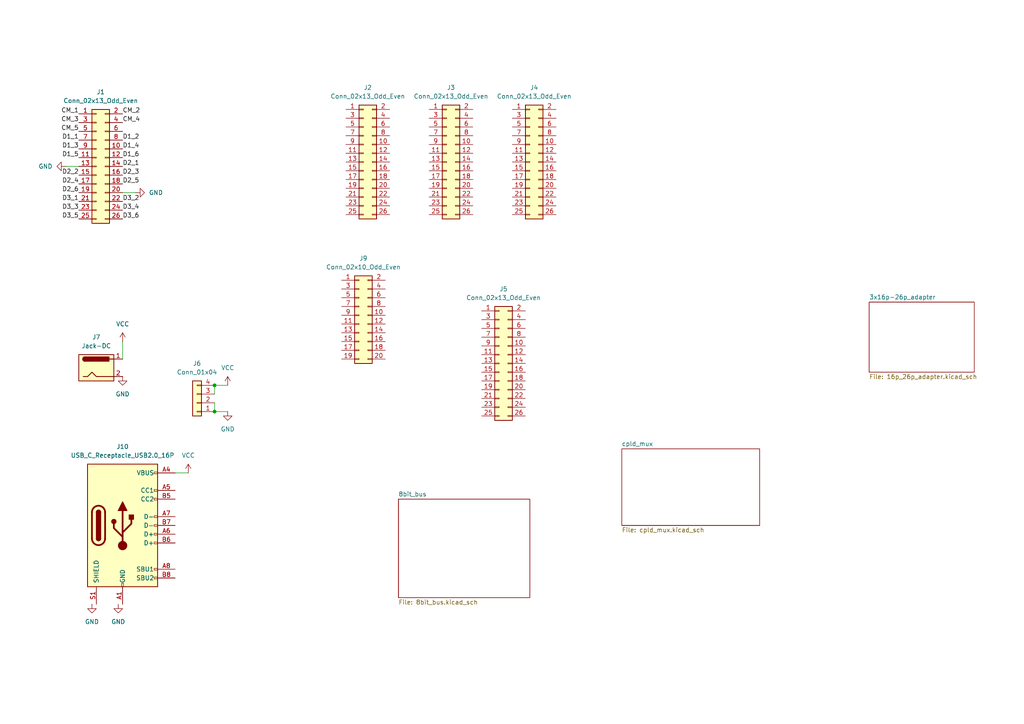
<source format=kicad_sch>
(kicad_sch (version 20231120) (generator "eeschema") (generator_version "8.0")
  (paper "A4")
  (lib_symbols
    (symbol "Connector:Jack-DC" (pin_names (offset 1.016))
      (property "Reference" "J" (at 0 5.334 0))
      (property "Value" "Jack-DC" (at 0 -5.08 0))
      (symbol "Jack-DC_0_1"
        (rectangle (start -5.08 3.81) (end 5.08 -3.81) (stroke (width 0.254)) (fill (type background)))
        (arc (start -3.302 3.175) (mid -3.9343 2.54) (end -3.302 1.905) (stroke (width 0.254)))
        (arc (start -3.302 3.175) (mid -3.9343 2.54) (end -3.302 1.905) (stroke (width 0.254)) (fill (type outline)))
        (polyline (pts (xy 5.08 2.54) (xy 3.81 2.54)) (stroke (width 0.254)))
        (polyline (pts (xy -3.81 -2.54) (xy -2.54 -2.54) (xy -1.27 -1.27) (xy 0 -2.54) (xy 2.54 -2.54) (xy 5.08 -2.54)) (stroke (width 0.254)))
        (rectangle (start 3.683 3.175) (end -3.302 1.905) (stroke (width 0.254)) (fill (type outline)))
      )
      (symbol "Jack-DC_1_1"
        (pin passive line (at 7.62 2.54 180) (length 2.54) (name "~") (number "1"))
        (pin passive line (at 7.62 -2.54 180) (length 2.54) (name "~") (number "2"))
      )
    )
    (symbol "Connector:USB_C_Receptacle_USB2.0_16P" (pin_names (offset 1.016))
      (property "Reference" "J" (at 0 22.225 0))
      (property "Value" "USB_C_Receptacle_USB2.0_16P" (at 0 19.685 0))
      (symbol "USB_C_Receptacle_USB2.0_16P_0_0"
        (rectangle (start -0.254 -17.78) (end 0.254 -16.764))
        (rectangle (start 10.16 -14.986) (end 9.144 -15.494))
        (rectangle (start 10.16 -12.446) (end 9.144 -12.954))
        (rectangle (start 10.16 -4.826) (end 9.144 -5.334))
        (rectangle (start 10.16 -2.286) (end 9.144 -2.794))
        (rectangle (start 10.16 0.254) (end 9.144 -0.254))
        (rectangle (start 10.16 2.794) (end 9.144 2.286))
        (rectangle (start 10.16 7.874) (end 9.144 7.366))
        (rectangle (start 10.16 10.414) (end 9.144 9.906))
        (rectangle (start 10.16 15.494) (end 9.144 14.986))
      )
      (symbol "USB_C_Receptacle_USB2.0_16P_0_1"
        (rectangle (start -10.16 17.78) (end 10.16 -17.78) (stroke (width 0.254)) (fill (type background)))
        (arc (start -8.89 -3.81) (mid -6.985 -5.7067) (end -5.08 -3.81) (stroke (width 0.508)))
        (arc (start -7.62 -3.81) (mid -6.985 -4.4423) (end -6.35 -3.81) (stroke (width 0.254)))
        (arc (start -7.62 -3.81) (mid -6.985 -4.4423) (end -6.35 -3.81) (stroke (width 0.254)) (fill (type outline)))
        (rectangle (start -7.62 -3.81) (end -6.35 3.81) (stroke (width 0.254)) (fill (type outline)))
        (arc (start -6.35 3.81) (mid -6.985 4.4423) (end -7.62 3.81) (stroke (width 0.254)))
        (arc (start -6.35 3.81) (mid -6.985 4.4423) (end -7.62 3.81) (stroke (width 0.254)) (fill (type outline)))
        (arc (start -5.08 3.81) (mid -6.985 5.7067) (end -8.89 3.81) (stroke (width 0.508)))
        (circle (center -2.54 1.143) (radius 0.635) (stroke (width 0.254)) (fill (type outline)))
        (circle (center 0 -5.842) (radius 1.27) (fill (type outline)))
        (polyline (pts (xy -8.89 -3.81) (xy -8.89 3.81)) (stroke (width 0.508)))
        (polyline (pts (xy -5.08 3.81) (xy -5.08 -3.81)) (stroke (width 0.508)))
        (polyline (pts (xy 0 -5.842) (xy 0 4.318)) (stroke (width 0.508)))
        (polyline (pts (xy 0 -3.302) (xy -2.54 -0.762) (xy -2.54 0.508)) (stroke (width 0.508)))
        (polyline (pts (xy 0 -2.032) (xy 2.54 0.508) (xy 2.54 1.778)) (stroke (width 0.508)))
        (polyline (pts (xy -1.27 4.318) (xy 0 6.858) (xy 1.27 4.318) (xy -1.27 4.318)) (stroke (width 0.254)) (fill (type outline)))
        (rectangle (start 1.905 1.778) (end 3.175 3.048) (stroke (width 0.254)) (fill (type outline)))
      )
      (symbol "USB_C_Receptacle_USB2.0_16P_1_1"
        (pin passive line (at 0 -22.86 90) (length 5.08) (name "GND") (number "A1"))
        (pin passive line (at 0 -22.86 90) (length 5.08) hide (name "GND") (number "A12"))
        (pin passive line (at 15.24 15.24 180) (length 5.08) (name "VBUS") (number "A4"))
        (pin bidirectional line (at 15.24 10.16 180) (length 5.08) (name "CC1") (number "A5"))
        (pin bidirectional line (at 15.24 -2.54 180) (length 5.08) (name "D+") (number "A6"))
        (pin bidirectional line (at 15.24 2.54 180) (length 5.08) (name "D-") (number "A7"))
        (pin bidirectional line (at 15.24 -12.7 180) (length 5.08) (name "SBU1") (number "A8"))
        (pin passive line (at 15.24 15.24 180) (length 5.08) hide (name "VBUS") (number "A9"))
        (pin passive line (at 0 -22.86 90) (length 5.08) hide (name "GND") (number "B1"))
        (pin passive line (at 0 -22.86 90) (length 5.08) hide (name "GND") (number "B12"))
        (pin passive line (at 15.24 15.24 180) (length 5.08) hide (name "VBUS") (number "B4"))
        (pin bidirectional line (at 15.24 7.62 180) (length 5.08) (name "CC2") (number "B5"))
        (pin bidirectional line (at 15.24 -5.08 180) (length 5.08) (name "D+") (number "B6"))
        (pin bidirectional line (at 15.24 0 180) (length 5.08) (name "D-") (number "B7"))
        (pin bidirectional line (at 15.24 -15.24 180) (length 5.08) (name "SBU2") (number "B8"))
        (pin passive line (at 15.24 15.24 180) (length 5.08) hide (name "VBUS") (number "B9"))
        (pin passive line (at -7.62 -22.86 90) (length 5.08) (name "SHIELD") (number "S1"))
      )
    )
    (symbol "Connector_Generic:Conn_01x04" (pin_names (offset 1.016) hide)
      (property "Reference" "J" (at 0 5.08 0))
      (property "Value" "Conn_01x04" (at 0 -7.62 0))
      (symbol "Conn_01x04_1_1"
        (rectangle (start -1.27 -4.953) (end 0 -5.207) (stroke (width 0.1524)))
        (rectangle (start -1.27 -2.413) (end 0 -2.667) (stroke (width 0.1524)))
        (rectangle (start -1.27 0.127) (end 0 -0.127) (stroke (width 0.1524)))
        (rectangle (start -1.27 2.667) (end 0 2.413) (stroke (width 0.1524)))
        (rectangle (start -1.27 3.81) (end 1.27 -6.35) (stroke (width 0.254)) (fill (type background)))
        (pin passive line (at -5.08 2.54 0) (length 3.81) (name "Pin_1") (number "1"))
        (pin passive line (at -5.08 0 0) (length 3.81) (name "Pin_2") (number "2"))
        (pin passive line (at -5.08 -2.54 0) (length 3.81) (name "Pin_3") (number "3"))
        (pin passive line (at -5.08 -5.08 0) (length 3.81) (name "Pin_4") (number "4"))
      )
    )
    (symbol "Connector_Generic:Conn_02x10_Odd_Even" (pin_names (offset 1.016) hide)
      (property "Reference" "J" (at 1.27 12.7 0))
      (property "Value" "Conn_02x10_Odd_Even" (at 1.27 -15.24 0))
      (symbol "Conn_02x10_Odd_Even_1_1"
        (rectangle (start -1.27 -12.573) (end 0 -12.827) (stroke (width 0.1524)))
        (rectangle (start -1.27 -10.033) (end 0 -10.287) (stroke (width 0.1524)))
        (rectangle (start -1.27 -7.493) (end 0 -7.747) (stroke (width 0.1524)))
        (rectangle (start -1.27 -4.953) (end 0 -5.207) (stroke (width 0.1524)))
        (rectangle (start -1.27 -2.413) (end 0 -2.667) (stroke (width 0.1524)))
        (rectangle (start -1.27 0.127) (end 0 -0.127) (stroke (width 0.1524)))
        (rectangle (start -1.27 2.667) (end 0 2.413) (stroke (width 0.1524)))
        (rectangle (start -1.27 5.207) (end 0 4.953) (stroke (width 0.1524)))
        (rectangle (start -1.27 7.747) (end 0 7.493) (stroke (width 0.1524)))
        (rectangle (start -1.27 10.287) (end 0 10.033) (stroke (width 0.1524)))
        (rectangle (start -1.27 11.43) (end 3.81 -13.97) (stroke (width 0.254)) (fill (type background)))
        (rectangle (start 3.81 -12.573) (end 2.54 -12.827) (stroke (width 0.1524)))
        (rectangle (start 3.81 -10.033) (end 2.54 -10.287) (stroke (width 0.1524)))
        (rectangle (start 3.81 -7.493) (end 2.54 -7.747) (stroke (width 0.1524)))
        (rectangle (start 3.81 -4.953) (end 2.54 -5.207) (stroke (width 0.1524)))
        (rectangle (start 3.81 -2.413) (end 2.54 -2.667) (stroke (width 0.1524)))
        (rectangle (start 3.81 0.127) (end 2.54 -0.127) (stroke (width 0.1524)))
        (rectangle (start 3.81 2.667) (end 2.54 2.413) (stroke (width 0.1524)))
        (rectangle (start 3.81 5.207) (end 2.54 4.953) (stroke (width 0.1524)))
        (rectangle (start 3.81 7.747) (end 2.54 7.493) (stroke (width 0.1524)))
        (rectangle (start 3.81 10.287) (end 2.54 10.033) (stroke (width 0.1524)))
        (pin passive line (at -5.08 10.16 0) (length 3.81) (name "Pin_1") (number "1"))
        (pin passive line (at 7.62 0 180) (length 3.81) (name "Pin_10") (number "10"))
        (pin passive line (at -5.08 -2.54 0) (length 3.81) (name "Pin_11") (number "11"))
        (pin passive line (at 7.62 -2.54 180) (length 3.81) (name "Pin_12") (number "12"))
        (pin passive line (at -5.08 -5.08 0) (length 3.81) (name "Pin_13") (number "13"))
        (pin passive line (at 7.62 -5.08 180) (length 3.81) (name "Pin_14") (number "14"))
        (pin passive line (at -5.08 -7.62 0) (length 3.81) (name "Pin_15") (number "15"))
        (pin passive line (at 7.62 -7.62 180) (length 3.81) (name "Pin_16") (number "16"))
        (pin passive line (at -5.08 -10.16 0) (length 3.81) (name "Pin_17") (number "17"))
        (pin passive line (at 7.62 -10.16 180) (length 3.81) (name "Pin_18") (number "18"))
        (pin passive line (at -5.08 -12.7 0) (length 3.81) (name "Pin_19") (number "19"))
        (pin passive line (at 7.62 10.16 180) (length 3.81) (name "Pin_2") (number "2"))
        (pin passive line (at 7.62 -12.7 180) (length 3.81) (name "Pin_20") (number "20"))
        (pin passive line (at -5.08 7.62 0) (length 3.81) (name "Pin_3") (number "3"))
        (pin passive line (at 7.62 7.62 180) (length 3.81) (name "Pin_4") (number "4"))
        (pin passive line (at -5.08 5.08 0) (length 3.81) (name "Pin_5") (number "5"))
        (pin passive line (at 7.62 5.08 180) (length 3.81) (name "Pin_6") (number "6"))
        (pin passive line (at -5.08 2.54 0) (length 3.81) (name "Pin_7") (number "7"))
        (pin passive line (at 7.62 2.54 180) (length 3.81) (name "Pin_8") (number "8"))
        (pin passive line (at -5.08 0 0) (length 3.81) (name "Pin_9") (number "9"))
      )
    )
    (symbol "Connector_Generic:Conn_02x13_Odd_Even" (pin_names (offset 1.016) hide)
      (property "Reference" "J" (at 1.27 17.78 0))
      (property "Value" "Conn_02x13_Odd_Even" (at 1.27 -17.78 0))
      (symbol "Conn_02x13_Odd_Even_1_1"
        (rectangle (start -1.27 -15.113) (end 0 -15.367) (stroke (width 0.1524)))
        (rectangle (start -1.27 -12.573) (end 0 -12.827) (stroke (width 0.1524)))
        (rectangle (start -1.27 -10.033) (end 0 -10.287) (stroke (width 0.1524)))
        (rectangle (start -1.27 -7.493) (end 0 -7.747) (stroke (width 0.1524)))
        (rectangle (start -1.27 -4.953) (end 0 -5.207) (stroke (width 0.1524)))
        (rectangle (start -1.27 -2.413) (end 0 -2.667) (stroke (width 0.1524)))
        (rectangle (start -1.27 0.127) (end 0 -0.127) (stroke (width 0.1524)))
        (rectangle (start -1.27 2.667) (end 0 2.413) (stroke (width 0.1524)))
        (rectangle (start -1.27 5.207) (end 0 4.953) (stroke (width 0.1524)))
        (rectangle (start -1.27 7.747) (end 0 7.493) (stroke (width 0.1524)))
        (rectangle (start -1.27 10.287) (end 0 10.033) (stroke (width 0.1524)))
        (rectangle (start -1.27 12.827) (end 0 12.573) (stroke (width 0.1524)))
        (rectangle (start -1.27 15.367) (end 0 15.113) (stroke (width 0.1524)))
        (rectangle (start -1.27 16.51) (end 3.81 -16.51) (stroke (width 0.254)) (fill (type background)))
        (rectangle (start 3.81 -15.113) (end 2.54 -15.367) (stroke (width 0.1524)))
        (rectangle (start 3.81 -12.573) (end 2.54 -12.827) (stroke (width 0.1524)))
        (rectangle (start 3.81 -10.033) (end 2.54 -10.287) (stroke (width 0.1524)))
        (rectangle (start 3.81 -7.493) (end 2.54 -7.747) (stroke (width 0.1524)))
        (rectangle (start 3.81 -4.953) (end 2.54 -5.207) (stroke (width 0.1524)))
        (rectangle (start 3.81 -2.413) (end 2.54 -2.667) (stroke (width 0.1524)))
        (rectangle (start 3.81 0.127) (end 2.54 -0.127) (stroke (width 0.1524)))
        (rectangle (start 3.81 2.667) (end 2.54 2.413) (stroke (width 0.1524)))
        (rectangle (start 3.81 5.207) (end 2.54 4.953) (stroke (width 0.1524)))
        (rectangle (start 3.81 7.747) (end 2.54 7.493) (stroke (width 0.1524)))
        (rectangle (start 3.81 10.287) (end 2.54 10.033) (stroke (width 0.1524)))
        (rectangle (start 3.81 12.827) (end 2.54 12.573) (stroke (width 0.1524)))
        (rectangle (start 3.81 15.367) (end 2.54 15.113) (stroke (width 0.1524)))
        (pin passive line (at -5.08 15.24 0) (length 3.81) (name "Pin_1") (number "1"))
        (pin passive line (at 7.62 5.08 180) (length 3.81) (name "Pin_10") (number "10"))
        (pin passive line (at -5.08 2.54 0) (length 3.81) (name "Pin_11") (number "11"))
        (pin passive line (at 7.62 2.54 180) (length 3.81) (name "Pin_12") (number "12"))
        (pin passive line (at -5.08 0 0) (length 3.81) (name "Pin_13") (number "13"))
        (pin passive line (at 7.62 0 180) (length 3.81) (name "Pin_14") (number "14"))
        (pin passive line (at -5.08 -2.54 0) (length 3.81) (name "Pin_15") (number "15"))
        (pin passive line (at 7.62 -2.54 180) (length 3.81) (name "Pin_16") (number "16"))
        (pin passive line (at -5.08 -5.08 0) (length 3.81) (name "Pin_17") (number "17"))
        (pin passive line (at 7.62 -5.08 180) (length 3.81) (name "Pin_18") (number "18"))
        (pin passive line (at -5.08 -7.62 0) (length 3.81) (name "Pin_19") (number "19"))
        (pin passive line (at 7.62 15.24 180) (length 3.81) (name "Pin_2") (number "2"))
        (pin passive line (at 7.62 -7.62 180) (length 3.81) (name "Pin_20") (number "20"))
        (pin passive line (at -5.08 -10.16 0) (length 3.81) (name "Pin_21") (number "21"))
        (pin passive line (at 7.62 -10.16 180) (length 3.81) (name "Pin_22") (number "22"))
        (pin passive line (at -5.08 -12.7 0) (length 3.81) (name "Pin_23") (number "23"))
        (pin passive line (at 7.62 -12.7 180) (length 3.81) (name "Pin_24") (number "24"))
        (pin passive line (at -5.08 -15.24 0) (length 3.81) (name "Pin_25") (number "25"))
        (pin passive line (at 7.62 -15.24 180) (length 3.81) (name "Pin_26") (number "26"))
        (pin passive line (at -5.08 12.7 0) (length 3.81) (name "Pin_3") (number "3"))
        (pin passive line (at 7.62 12.7 180) (length 3.81) (name "Pin_4") (number "4"))
        (pin passive line (at -5.08 10.16 0) (length 3.81) (name "Pin_5") (number "5"))
        (pin passive line (at 7.62 10.16 180) (length 3.81) (name "Pin_6") (number "6"))
        (pin passive line (at -5.08 7.62 0) (length 3.81) (name "Pin_7") (number "7"))
        (pin passive line (at 7.62 7.62 180) (length 3.81) (name "Pin_8") (number "8"))
        (pin passive line (at -5.08 5.08 0) (length 3.81) (name "Pin_9") (number "9"))
      )
    )
    (symbol "power:GND" (power) (pin_numbers hide) (pin_names (offset 0) hide)
      (property "Value" "GND" (at 0 -3.81 0))
      (symbol "GND_0_1"
        (polyline (pts (xy 0 0) (xy 0 -1.27) (xy 1.27 -1.27) (xy 0 -2.54) (xy -1.27 -1.27) (xy 0 -1.27)))
      )
      (symbol "GND_1_1"
        (pin power_in line (at 0 0 270) (length 0) (name "~") (number "1"))
      )
    )
    (symbol "power:VCC" (power) (pin_numbers hide) (pin_names (offset 0) hide)
      (property "Value" "VCC" (at 0 3.556 0))
      (symbol "VCC_0_1"
        (polyline (pts (xy -0.762 1.27) (xy 0 2.54)))
        (polyline (pts (xy 0 0) (xy 0 2.54)))
        (polyline (pts (xy 0 2.54) (xy 0.762 1.27)))
      )
      (symbol "VCC_1_1"
        (pin power_in line (at 0 0 90) (length 0) (name "~") (number "1"))
      )
    )
  )
  (junction (at 62.23 119.38))
  (junction (at 62.23 111.76))
  (wire (pts (xy 62.23 116.84) (xy 62.23 119.38)))
  (wire (pts (xy 50.8 137.16) (xy 54.61 137.16)))
  (wire (pts (xy 35.56 55.88) (xy 39.37 55.88)))
  (wire (pts (xy 62.23 111.76) (xy 62.23 114.3)))
  (wire (pts (xy 62.23 111.76) (xy 66.04 111.76)))
  (wire (pts (xy 66.04 119.38) (xy 62.23 119.38)))
  (wire (pts (xy 19.05 48.26) (xy 22.86 48.26)))
  (wire (pts (xy 35.56 99.06) (xy 35.56 104.14)))
  (label "CM_5" (at 22.86 38.1 180))
  (label "D2_2" (at 22.86 50.8 180))
  (label "D2_5" (at 35.56 53.34 0))
  (label "D3_1" (at 22.86 58.42 180))
  (label "D1_3" (at 22.86 43.18 180))
  (label "CM_3" (at 22.86 35.56 180))
  (label "D2_4" (at 22.86 53.34 180))
  (label "D3_5" (at 22.86 63.5 180))
  (label "D2_1" (at 35.56 48.26 0))
  (label "D3_2" (at 35.56 58.42 0))
  (label "CM_4" (at 35.56 35.56 0))
  (label "D1_1" (at 22.86 40.64 180))
  (label "D3_4" (at 35.56 60.96 0))
  (label "D1_2" (at 35.56 40.64 0))
  (label "D1_4" (at 35.56 43.18 0))
  (label "D1_6" (at 35.56 45.72 0))
  (label "D3_3" (at 22.86 60.96 180))
  (label "D3_6" (at 35.56 63.5 0))
  (label "D2_6" (at 22.86 55.88 180))
  (label "D1_5" (at 22.86 45.72 180))
  (label "CM_1" (at 22.86 33.02 180))
  (label "D2_3" (at 35.56 50.8 0))
  (label "CM_2" (at 35.56 33.02 0))
  (symbol (lib_id "Connector:Jack-DC") (at 27.94 106.68 0) (unit 1)
    (property "Reference" "J7" (at 27.94 97.79 0))
    (property "Value" "Jack-DC" (at 27.94 100.33 0))
    (property "Description" "DC Barrel Jack" (effects (hide yes)))
  )
  (symbol (lib_id "Connector_Generic:Conn_02x13_Odd_Even") (at 27.94 48.26 0) (unit 1)
    (property "Reference" "J1" (at 29.21 26.67 0))
    (property "Value" "Conn_02x13_Odd_Even" (at 29.21 29.21 0))
    (property "Footprint" "Connector_PinSocket_2.54mm:PinSocket_2x13_P2.54mm_Vertical" (effects (hide yes)))
    (property "Description" "Generic connector, double row, 02x13, odd/even pin numbering scheme (row 1 odd numbers, row 2 even numbers), script generated (kicad-library-utils/schlib/autogen/connector/)" (effects (hide yes)))
  )
  (symbol (lib_id "power:GND") (at 26.67 175.26 0) (unit 1)
    (property "Reference" "#PWR06" (effects (hide yes)))
    (property "Value" "GND" (at 26.67 180.34 0))
    (property "Description" "Power symbol creates a global label with name \"GND\" , ground" (effects (hide yes)))
  )
  (symbol (lib_id "power:GND") (at 35.56 109.22 0) (unit 1)
    (property "Reference" "#PWR02" (effects (hide yes)))
    (property "Value" "GND" (at 35.56 114.3 0))
    (property "Description" "Power symbol creates a global label with name \"GND\" , ground" (effects (hide yes)))
  )
  (symbol (lib_id "Connector:USB_C_Receptacle_USB2.0_16P") (at 35.56 152.4 0) (unit 1)
    (property "Reference" "J10" (at 35.56 129.54 0))
    (property "Value" "USB_C_Receptacle_USB2.0_16P" (at 35.56 132.08 0))
    (property "Footprint" "Connector_USB:USB_C_Receptacle_G-Switch_GT-USB-7010ASV" (effects (hide yes)))
    (property "Datasheet" "https://www.usb.org/sites/default/files/documents/usb_type-c.zip" (effects (hide yes)))
    (property "Description" "USB 2.0-only 16P Type-C Receptacle connector" (effects (hide yes)))
  )
  (symbol (lib_id "power:GND") (at 34.29 175.26 0) (unit 1)
    (property "Reference" "#PWR05" (effects (hide yes)))
    (property "Value" "GND" (at 34.29 180.34 0))
    (property "Description" "Power symbol creates a global label with name \"GND\" , ground" (effects (hide yes)))
  )
  (symbol (lib_id "power:VCC") (at 35.56 99.06 0) (unit 1)
    (property "Reference" "#PWR03" (effects (hide yes)))
    (property "Value" "VCC" (at 35.56 93.98 0))
    (property "Description" "Power symbol creates a global label with name \"VCC\"" (effects (hide yes)))
  )
  (symbol (lib_id "power:VCC") (at 54.61 137.16 0) (unit 1)
    (property "Reference" "#PWR07" (effects (hide yes)))
    (property "Value" "VCC" (at 54.61 132.08 0))
    (property "Description" "Power symbol creates a global label with name \"VCC\"" (effects (hide yes)))
  )
  (symbol (lib_id "Connector_Generic:Conn_01x04") (at 57.15 116.84 180) (unit 1)
    (property "Reference" "J6" (at 57.15 105.41 0))
    (property "Value" "Conn_01x04" (at 57.15 107.95 0))
    (property "Footprint" "Connector_PinHeader_2.54mm:PinHeader_1x04_P2.54mm_Vertical" (effects (hide yes)))
    (property "Description" "Generic connector, single row, 01x04, script generated (kicad-library-utils/schlib/autogen/connector/)" (effects (hide yes)))
  )
  (symbol (lib_id "power:GND") (at 39.37 55.88 90) (unit 1)
    (property "Reference" "#PWR013" (effects (hide yes)))
    (property "Value" "GND" (at 43.18 55.8799 90) (effects (justify right)))
    (property "Description" "Power symbol creates a global label with name \"GND\" , ground" (effects (hide yes)))
  )
  (symbol (lib_id "Connector_Generic:Conn_02x13_Odd_Even") (at 105.41 46.99 0) (unit 1)
    (property "Reference" "J2" (at 106.68 25.4 0))
    (property "Value" "Conn_02x13_Odd_Even" (at 106.68 27.94 0))
    (property "Footprint" "Connector_PinHeader_2.54mm:PinHeader_2x13_P2.54mm_Vertical" (effects (hide yes)))
    (property "Description" "Generic connector, double row, 02x13, odd/even pin numbering scheme (row 1 odd numbers, row 2 even numbers), script generated (kicad-library-utils/schlib/autogen/connector/)" (effects (hide yes)))
  )
  (symbol (lib_id "power:VCC") (at 66.04 111.76 0) (unit 1)
    (property "Reference" "#PWR04" (effects (hide yes)))
    (property "Value" "VCC" (at 66.04 106.68 0))
    (property "Description" "Power symbol creates a global label with name \"VCC\"" (effects (hide yes)))
  )
  (symbol (lib_id "power:GND") (at 66.04 119.38 0) (unit 1)
    (property "Reference" "#PWR01" (effects (hide yes)))
    (property "Value" "GND" (at 66.04 124.46 0))
    (property "Description" "Power symbol creates a global label with name \"GND\" , ground" (effects (hide yes)))
  )
  (symbol (lib_id "power:GND") (at 19.05 48.26 270) (unit 1)
    (property "Reference" "#PWR014" (effects (hide yes)))
    (property "Value" "GND" (at 15.24 48.2599 90) (effects (justify right)))
    (property "Description" "Power symbol creates a global label with name \"GND\" , ground" (effects (hide yes)))
  )
  (symbol (lib_id "Connector_Generic:Conn_02x13_Odd_Even") (at 144.78 105.41 0) (unit 1)
    (property "Reference" "J5" (at 146.05 83.82 0))
    (property "Value" "Conn_02x13_Odd_Even" (at 146.05 86.36 0))
    (property "Footprint" "Connector_PinSocket_2.54mm:PinSocket_2x13_P2.54mm_Vertical" (effects (hide yes)))
    (property "Description" "Generic connector, double row, 02x13, odd/even pin numbering scheme (row 1 odd numbers, row 2 even numbers), script generated (kicad-library-utils/schlib/autogen/connector/)" (effects (hide yes)))
  )
  (symbol (lib_id "Connector_Generic:Conn_02x13_Odd_Even") (at 153.67 46.99 0) (unit 1)
    (property "Reference" "J4" (at 154.94 25.4 0))
    (property "Value" "Conn_02x13_Odd_Even" (at 154.94 27.94 0))
    (property "Footprint" "Connector_PinSocket_2.54mm:PinSocket_2x13_P2.54mm_Vertical" (effects (hide yes)))
    (property "Description" "Generic connector, double row, 02x13, odd/even pin numbering scheme (row 1 odd numbers, row 2 even numbers), script generated (kicad-library-utils/schlib/autogen/connector/)" (effects (hide yes)))
  )
  (symbol (lib_id "Connector_Generic:Conn_02x13_Odd_Even") (at 129.54 46.99 0) (unit 1)
    (property "Reference" "J3" (at 130.81 25.4 0))
    (property "Value" "Conn_02x13_Odd_Even" (at 130.81 27.94 0))
    (property "Footprint" "Connector_PinSocket_2.54mm:PinSocket_2x13_P2.54mm_Vertical" (effects (hide yes)))
    (property "Description" "Generic connector, double row, 02x13, odd/even pin numbering scheme (row 1 odd numbers, row 2 even numbers), script generated (kicad-library-utils/schlib/autogen/connector/)" (effects (hide yes)))
  )
  (symbol (lib_id "Connector_Generic:Conn_02x10_Odd_Even") (at 104.14 91.44 0) (unit 1)
    (property "Reference" "J9" (at 105.41 74.93 0))
    (property "Value" "Conn_02x10_Odd_Even" (at 105.41 77.47 0))
    (property "Description" "Generic connector, double row, 02x10, odd/even pin numbering scheme (row 1 odd numbers, row 2 even numbers), script generated (kicad-library-utils/schlib/autogen/connector/)" (effects (hide yes)))
  )
  (sheet (at 115.57 144.78) (size 38.1 28.575) (stroke (width 0.1524))
    (property "Sheetname" "8bit_bus" (at 115.57 144.0684 0) (effects (justify left bottom)))
    (property "Sheetfile" "8bit_bus.kicad_sch" (at 115.57 173.9396 0) (effects (justify left top)))
  )
  (sheet (at 180.34 130.175) (size 40.005 22.225) (stroke (width 0.1524))
    (property "Sheetname" "cpld_mux" (at 180.34 129.4634 0) (effects (justify left bottom)))
    (property "Sheetfile" "cpld_mux.kicad_sch" (at 180.34 152.9846 0) (effects (justify left top)))
  )
  (sheet (at 252.095 87.63) (size 30.48 20.32) (stroke (width 0.1524))
    (property "Sheetname" "3x16p-26p_adapter" (at 252.095 86.9184 0) (effects (justify left bottom)))
    (property "Sheetfile" "16p_26p_adapter.kicad_sch" (at 252.095 108.5346 0) (effects (justify left top)))
  )
)
</source>
